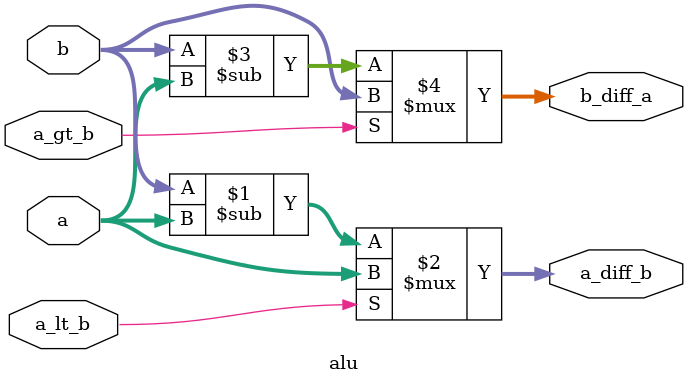
<source format=v>
module alu(
    input [15:0] a,
    input [15:0] b,
    input a_lt_b,
    input a_gt_b,
    output  [15:0] a_diff_b,
    output  [15:0] b_diff_a
    );
    assign a_diff_b=(a_lt_b)? a:b-a;
    assign b_diff_a=(a_gt_b)? b:b-a;
endmodule

</source>
